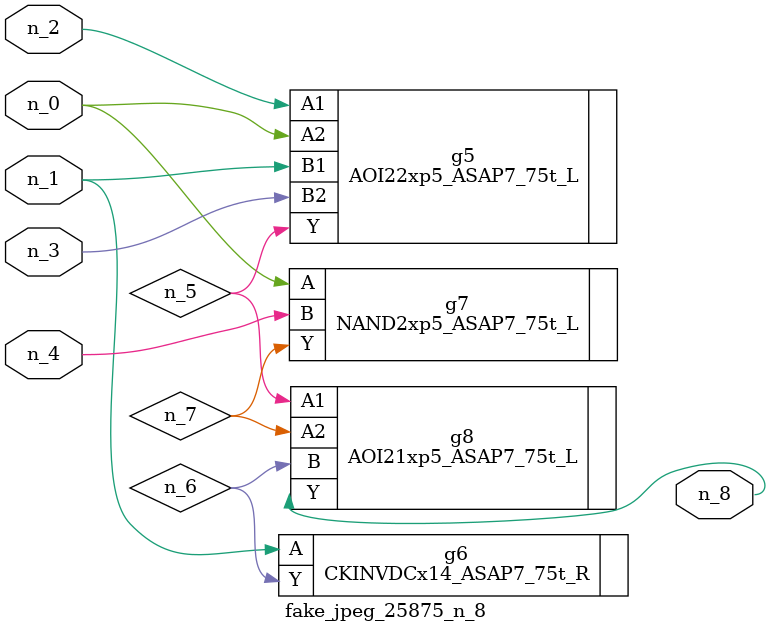
<source format=v>
module fake_jpeg_25875_n_8 (n_3, n_2, n_1, n_0, n_4, n_8);

input n_3;
input n_2;
input n_1;
input n_0;
input n_4;

output n_8;

wire n_6;
wire n_5;
wire n_7;

AOI22xp5_ASAP7_75t_L g5 ( 
.A1(n_2),
.A2(n_0),
.B1(n_1),
.B2(n_3),
.Y(n_5)
);

CKINVDCx14_ASAP7_75t_R g6 ( 
.A(n_1),
.Y(n_6)
);

NAND2xp5_ASAP7_75t_L g7 ( 
.A(n_0),
.B(n_4),
.Y(n_7)
);

AOI21xp5_ASAP7_75t_L g8 ( 
.A1(n_5),
.A2(n_7),
.B(n_6),
.Y(n_8)
);


endmodule
</source>
